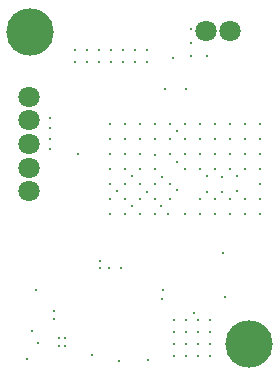
<source format=gbs>
G04 Layer_Color=16711935*
%FSAX25Y25*%
%MOIN*%
G70*
G01*
G75*
%ADD54C,0.07100*%
%ADD55C,0.15800*%
%ADD56C,0.01200*%
D54*
X0396626Y0370500D02*
D03*
X0404500D02*
D03*
X0337500Y0316952D02*
D03*
Y0324852D02*
D03*
Y0332752D02*
D03*
Y0340626D02*
D03*
Y0348500D02*
D03*
D55*
X0411000Y0266000D02*
D03*
X0338000Y0370000D02*
D03*
D56*
X0340400Y0266500D02*
D03*
X0338400Y0270400D02*
D03*
X0402300Y0296346D02*
D03*
X0402760Y0281661D02*
D03*
X0404500Y0309500D02*
D03*
X0394000Y0274000D02*
D03*
X0398000D02*
D03*
X0392700Y0276500D02*
D03*
X0382000Y0281000D02*
D03*
X0382202Y0284000D02*
D03*
X0386000Y0274000D02*
D03*
X0390000D02*
D03*
X0377300Y0260750D02*
D03*
X0367642Y0260484D02*
D03*
X0340000Y0284000D02*
D03*
X0389500Y0309500D02*
D03*
X0379500Y0329000D02*
D03*
X0414500Y0319500D02*
D03*
X0347500Y0268000D02*
D03*
X0349500D02*
D03*
X0347500Y0265500D02*
D03*
X0349500D02*
D03*
X0346000Y0277000D02*
D03*
Y0274500D02*
D03*
X0336992Y0261000D02*
D03*
X0364500Y0329500D02*
D03*
X0369500D02*
D03*
Y0324500D02*
D03*
X0364500D02*
D03*
Y0319500D02*
D03*
X0369500D02*
D03*
Y0314500D02*
D03*
X0364500D02*
D03*
Y0309500D02*
D03*
X0369500D02*
D03*
X0374500D02*
D03*
Y0314500D02*
D03*
Y0319500D02*
D03*
Y0324500D02*
D03*
X0379500Y0319500D02*
D03*
Y0314500D02*
D03*
Y0309500D02*
D03*
X0384000D02*
D03*
X0384500Y0314500D02*
D03*
Y0319500D02*
D03*
Y0329500D02*
D03*
X0389500D02*
D03*
Y0334500D02*
D03*
Y0339500D02*
D03*
X0384500D02*
D03*
Y0334500D02*
D03*
X0389500Y0324500D02*
D03*
X0394500Y0314500D02*
D03*
Y0324500D02*
D03*
X0399500D02*
D03*
Y0314500D02*
D03*
X0404500D02*
D03*
X0409500Y0324500D02*
D03*
X0414500D02*
D03*
X0404500D02*
D03*
X0409500Y0314500D02*
D03*
X0414500Y0309500D02*
D03*
X0394500D02*
D03*
X0383012Y0351000D02*
D03*
X0389988D02*
D03*
X0385500Y0361500D02*
D03*
X0391500Y0366500D02*
D03*
Y0362000D02*
D03*
X0397000D02*
D03*
X0391500Y0371000D02*
D03*
X0344500Y0341500D02*
D03*
Y0338000D02*
D03*
Y0334500D02*
D03*
Y0331000D02*
D03*
X0354000Y0329366D02*
D03*
X0398000Y0270000D02*
D03*
X0394000D02*
D03*
X0390000D02*
D03*
X0386000D02*
D03*
X0398000Y0266000D02*
D03*
X0394000D02*
D03*
X0390000D02*
D03*
X0386000D02*
D03*
X0398000Y0262000D02*
D03*
X0394000D02*
D03*
X0390000D02*
D03*
X0386000D02*
D03*
X0353000Y0360000D02*
D03*
X0357000D02*
D03*
X0361000D02*
D03*
X0365000D02*
D03*
X0369000D02*
D03*
X0373000D02*
D03*
X0377000D02*
D03*
Y0364000D02*
D03*
X0373000D02*
D03*
X0369000D02*
D03*
X0365000D02*
D03*
X0361000D02*
D03*
X0357000D02*
D03*
X0353000D02*
D03*
X0361100Y0293700D02*
D03*
Y0291500D02*
D03*
X0364100D02*
D03*
X0368300D02*
D03*
X0364500Y0339500D02*
D03*
X0369500D02*
D03*
X0374500D02*
D03*
X0379500D02*
D03*
X0364500Y0334500D02*
D03*
X0369500D02*
D03*
X0374500D02*
D03*
X0379500D02*
D03*
X0374500Y0329500D02*
D03*
X0394500Y0339500D02*
D03*
X0399500D02*
D03*
X0394500Y0334500D02*
D03*
X0399500D02*
D03*
X0404500D02*
D03*
Y0329500D02*
D03*
X0399500D02*
D03*
X0394500D02*
D03*
X0404500Y0339500D02*
D03*
X0409500D02*
D03*
X0414500D02*
D03*
Y0334500D02*
D03*
Y0329500D02*
D03*
X0409500Y0334500D02*
D03*
Y0329500D02*
D03*
Y0309500D02*
D03*
X0399500D02*
D03*
X0414500Y0314500D02*
D03*
X0358631Y0262500D02*
D03*
X0379500Y0324500D02*
D03*
X0366900Y0317200D02*
D03*
X0371900Y0312000D02*
D03*
Y0322100D02*
D03*
X0376900Y0316900D02*
D03*
X0381700Y0312200D02*
D03*
X0386800Y0317300D02*
D03*
X0381900Y0321800D02*
D03*
X0386900Y0326900D02*
D03*
X0386800Y0337200D02*
D03*
X0396800Y0322100D02*
D03*
X0401900Y0321800D02*
D03*
X0407000Y0322100D02*
D03*
X0406800Y0317000D02*
D03*
X0401900Y0316900D02*
D03*
X0396900D02*
D03*
M02*

</source>
